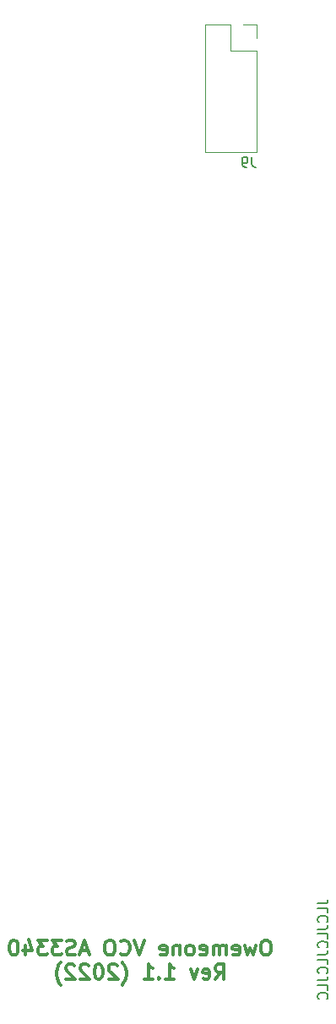
<source format=gbo>
G04 #@! TF.GenerationSoftware,KiCad,Pcbnew,7.0.7-7.0.7~ubuntu23.04.1*
G04 #@! TF.CreationDate,2023-08-20T12:14:31+00:00*
G04 #@! TF.ProjectId,as3340,61733333-3430-42e6-9b69-6361645f7063,1*
G04 #@! TF.SameCoordinates,Original*
G04 #@! TF.FileFunction,Legend,Bot*
G04 #@! TF.FilePolarity,Positive*
%FSLAX46Y46*%
G04 Gerber Fmt 4.6, Leading zero omitted, Abs format (unit mm)*
G04 Created by KiCad (PCBNEW 7.0.7-7.0.7~ubuntu23.04.1) date 2023-08-20 12:14:31*
%MOMM*%
%LPD*%
G01*
G04 APERTURE LIST*
%ADD10C,0.150000*%
%ADD11C,0.300000*%
%ADD12C,0.120000*%
%ADD13C,1.440000*%
%ADD14C,1.400000*%
%ADD15O,1.400000X1.400000*%
%ADD16R,2.000000X2.000000*%
%ADD17O,2.000000X2.000000*%
%ADD18R,1.500000X1.500000*%
%ADD19C,1.500000*%
%ADD20R,1.930000X1.830000*%
%ADD21C,2.130000*%
%ADD22C,1.600000*%
%ADD23O,2.000000X1.200000*%
%ADD24R,1.600000X1.600000*%
%ADD25O,1.600000X1.600000*%
%ADD26R,1.200000X1.200000*%
%ADD27C,1.200000*%
%ADD28O,2.720000X4.000000*%
%ADD29R,1.800000X1.800000*%
%ADD30C,1.800000*%
%ADD31R,1.700000X1.700000*%
%ADD32O,1.700000X1.700000*%
G04 APERTURE END LIST*
D10*
X128854819Y-175180951D02*
X129569104Y-175180951D01*
X129569104Y-175180951D02*
X129711961Y-175133332D01*
X129711961Y-175133332D02*
X129807200Y-175038094D01*
X129807200Y-175038094D02*
X129854819Y-174895237D01*
X129854819Y-174895237D02*
X129854819Y-174799999D01*
X129854819Y-176133332D02*
X129854819Y-175657142D01*
X129854819Y-175657142D02*
X128854819Y-175657142D01*
X129759580Y-177038094D02*
X129807200Y-176990475D01*
X129807200Y-176990475D02*
X129854819Y-176847618D01*
X129854819Y-176847618D02*
X129854819Y-176752380D01*
X129854819Y-176752380D02*
X129807200Y-176609523D01*
X129807200Y-176609523D02*
X129711961Y-176514285D01*
X129711961Y-176514285D02*
X129616723Y-176466666D01*
X129616723Y-176466666D02*
X129426247Y-176419047D01*
X129426247Y-176419047D02*
X129283390Y-176419047D01*
X129283390Y-176419047D02*
X129092914Y-176466666D01*
X129092914Y-176466666D02*
X128997676Y-176514285D01*
X128997676Y-176514285D02*
X128902438Y-176609523D01*
X128902438Y-176609523D02*
X128854819Y-176752380D01*
X128854819Y-176752380D02*
X128854819Y-176847618D01*
X128854819Y-176847618D02*
X128902438Y-176990475D01*
X128902438Y-176990475D02*
X128950057Y-177038094D01*
X128854819Y-177752380D02*
X129569104Y-177752380D01*
X129569104Y-177752380D02*
X129711961Y-177704761D01*
X129711961Y-177704761D02*
X129807200Y-177609523D01*
X129807200Y-177609523D02*
X129854819Y-177466666D01*
X129854819Y-177466666D02*
X129854819Y-177371428D01*
X129854819Y-178704761D02*
X129854819Y-178228571D01*
X129854819Y-178228571D02*
X128854819Y-178228571D01*
X129759580Y-179609523D02*
X129807200Y-179561904D01*
X129807200Y-179561904D02*
X129854819Y-179419047D01*
X129854819Y-179419047D02*
X129854819Y-179323809D01*
X129854819Y-179323809D02*
X129807200Y-179180952D01*
X129807200Y-179180952D02*
X129711961Y-179085714D01*
X129711961Y-179085714D02*
X129616723Y-179038095D01*
X129616723Y-179038095D02*
X129426247Y-178990476D01*
X129426247Y-178990476D02*
X129283390Y-178990476D01*
X129283390Y-178990476D02*
X129092914Y-179038095D01*
X129092914Y-179038095D02*
X128997676Y-179085714D01*
X128997676Y-179085714D02*
X128902438Y-179180952D01*
X128902438Y-179180952D02*
X128854819Y-179323809D01*
X128854819Y-179323809D02*
X128854819Y-179419047D01*
X128854819Y-179419047D02*
X128902438Y-179561904D01*
X128902438Y-179561904D02*
X128950057Y-179609523D01*
X128854819Y-180323809D02*
X129569104Y-180323809D01*
X129569104Y-180323809D02*
X129711961Y-180276190D01*
X129711961Y-180276190D02*
X129807200Y-180180952D01*
X129807200Y-180180952D02*
X129854819Y-180038095D01*
X129854819Y-180038095D02*
X129854819Y-179942857D01*
X129854819Y-181276190D02*
X129854819Y-180800000D01*
X129854819Y-180800000D02*
X128854819Y-180800000D01*
X129759580Y-182180952D02*
X129807200Y-182133333D01*
X129807200Y-182133333D02*
X129854819Y-181990476D01*
X129854819Y-181990476D02*
X129854819Y-181895238D01*
X129854819Y-181895238D02*
X129807200Y-181752381D01*
X129807200Y-181752381D02*
X129711961Y-181657143D01*
X129711961Y-181657143D02*
X129616723Y-181609524D01*
X129616723Y-181609524D02*
X129426247Y-181561905D01*
X129426247Y-181561905D02*
X129283390Y-181561905D01*
X129283390Y-181561905D02*
X129092914Y-181609524D01*
X129092914Y-181609524D02*
X128997676Y-181657143D01*
X128997676Y-181657143D02*
X128902438Y-181752381D01*
X128902438Y-181752381D02*
X128854819Y-181895238D01*
X128854819Y-181895238D02*
X128854819Y-181990476D01*
X128854819Y-181990476D02*
X128902438Y-182133333D01*
X128902438Y-182133333D02*
X128950057Y-182180952D01*
X128854819Y-182895238D02*
X129569104Y-182895238D01*
X129569104Y-182895238D02*
X129711961Y-182847619D01*
X129711961Y-182847619D02*
X129807200Y-182752381D01*
X129807200Y-182752381D02*
X129854819Y-182609524D01*
X129854819Y-182609524D02*
X129854819Y-182514286D01*
X129854819Y-183847619D02*
X129854819Y-183371429D01*
X129854819Y-183371429D02*
X128854819Y-183371429D01*
X129759580Y-184752381D02*
X129807200Y-184704762D01*
X129807200Y-184704762D02*
X129854819Y-184561905D01*
X129854819Y-184561905D02*
X129854819Y-184466667D01*
X129854819Y-184466667D02*
X129807200Y-184323810D01*
X129807200Y-184323810D02*
X129711961Y-184228572D01*
X129711961Y-184228572D02*
X129616723Y-184180953D01*
X129616723Y-184180953D02*
X129426247Y-184133334D01*
X129426247Y-184133334D02*
X129283390Y-184133334D01*
X129283390Y-184133334D02*
X129092914Y-184180953D01*
X129092914Y-184180953D02*
X128997676Y-184228572D01*
X128997676Y-184228572D02*
X128902438Y-184323810D01*
X128902438Y-184323810D02*
X128854819Y-184466667D01*
X128854819Y-184466667D02*
X128854819Y-184561905D01*
X128854819Y-184561905D02*
X128902438Y-184704762D01*
X128902438Y-184704762D02*
X128950057Y-184752381D01*
D11*
X123798798Y-178869628D02*
X123513084Y-178869628D01*
X123513084Y-178869628D02*
X123370227Y-178941057D01*
X123370227Y-178941057D02*
X123227370Y-179083914D01*
X123227370Y-179083914D02*
X123155941Y-179369628D01*
X123155941Y-179369628D02*
X123155941Y-179869628D01*
X123155941Y-179869628D02*
X123227370Y-180155342D01*
X123227370Y-180155342D02*
X123370227Y-180298200D01*
X123370227Y-180298200D02*
X123513084Y-180369628D01*
X123513084Y-180369628D02*
X123798798Y-180369628D01*
X123798798Y-180369628D02*
X123941656Y-180298200D01*
X123941656Y-180298200D02*
X124084513Y-180155342D01*
X124084513Y-180155342D02*
X124155941Y-179869628D01*
X124155941Y-179869628D02*
X124155941Y-179369628D01*
X124155941Y-179369628D02*
X124084513Y-179083914D01*
X124084513Y-179083914D02*
X123941656Y-178941057D01*
X123941656Y-178941057D02*
X123798798Y-178869628D01*
X122655941Y-179369628D02*
X122370227Y-180369628D01*
X122370227Y-180369628D02*
X122084512Y-179655342D01*
X122084512Y-179655342D02*
X121798798Y-180369628D01*
X121798798Y-180369628D02*
X121513084Y-179369628D01*
X120370226Y-180298200D02*
X120513083Y-180369628D01*
X120513083Y-180369628D02*
X120798798Y-180369628D01*
X120798798Y-180369628D02*
X120941655Y-180298200D01*
X120941655Y-180298200D02*
X121013083Y-180155342D01*
X121013083Y-180155342D02*
X121013083Y-179583914D01*
X121013083Y-179583914D02*
X120941655Y-179441057D01*
X120941655Y-179441057D02*
X120798798Y-179369628D01*
X120798798Y-179369628D02*
X120513083Y-179369628D01*
X120513083Y-179369628D02*
X120370226Y-179441057D01*
X120370226Y-179441057D02*
X120298798Y-179583914D01*
X120298798Y-179583914D02*
X120298798Y-179726771D01*
X120298798Y-179726771D02*
X121013083Y-179869628D01*
X119655941Y-180369628D02*
X119655941Y-179369628D01*
X119655941Y-179512485D02*
X119584512Y-179441057D01*
X119584512Y-179441057D02*
X119441655Y-179369628D01*
X119441655Y-179369628D02*
X119227369Y-179369628D01*
X119227369Y-179369628D02*
X119084512Y-179441057D01*
X119084512Y-179441057D02*
X119013084Y-179583914D01*
X119013084Y-179583914D02*
X119013084Y-180369628D01*
X119013084Y-179583914D02*
X118941655Y-179441057D01*
X118941655Y-179441057D02*
X118798798Y-179369628D01*
X118798798Y-179369628D02*
X118584512Y-179369628D01*
X118584512Y-179369628D02*
X118441655Y-179441057D01*
X118441655Y-179441057D02*
X118370226Y-179583914D01*
X118370226Y-179583914D02*
X118370226Y-180369628D01*
X117084512Y-180298200D02*
X117227369Y-180369628D01*
X117227369Y-180369628D02*
X117513084Y-180369628D01*
X117513084Y-180369628D02*
X117655941Y-180298200D01*
X117655941Y-180298200D02*
X117727369Y-180155342D01*
X117727369Y-180155342D02*
X117727369Y-179583914D01*
X117727369Y-179583914D02*
X117655941Y-179441057D01*
X117655941Y-179441057D02*
X117513084Y-179369628D01*
X117513084Y-179369628D02*
X117227369Y-179369628D01*
X117227369Y-179369628D02*
X117084512Y-179441057D01*
X117084512Y-179441057D02*
X117013084Y-179583914D01*
X117013084Y-179583914D02*
X117013084Y-179726771D01*
X117013084Y-179726771D02*
X117727369Y-179869628D01*
X116155941Y-180369628D02*
X116298798Y-180298200D01*
X116298798Y-180298200D02*
X116370227Y-180226771D01*
X116370227Y-180226771D02*
X116441655Y-180083914D01*
X116441655Y-180083914D02*
X116441655Y-179655342D01*
X116441655Y-179655342D02*
X116370227Y-179512485D01*
X116370227Y-179512485D02*
X116298798Y-179441057D01*
X116298798Y-179441057D02*
X116155941Y-179369628D01*
X116155941Y-179369628D02*
X115941655Y-179369628D01*
X115941655Y-179369628D02*
X115798798Y-179441057D01*
X115798798Y-179441057D02*
X115727370Y-179512485D01*
X115727370Y-179512485D02*
X115655941Y-179655342D01*
X115655941Y-179655342D02*
X115655941Y-180083914D01*
X115655941Y-180083914D02*
X115727370Y-180226771D01*
X115727370Y-180226771D02*
X115798798Y-180298200D01*
X115798798Y-180298200D02*
X115941655Y-180369628D01*
X115941655Y-180369628D02*
X116155941Y-180369628D01*
X115013084Y-179369628D02*
X115013084Y-180369628D01*
X115013084Y-179512485D02*
X114941655Y-179441057D01*
X114941655Y-179441057D02*
X114798798Y-179369628D01*
X114798798Y-179369628D02*
X114584512Y-179369628D01*
X114584512Y-179369628D02*
X114441655Y-179441057D01*
X114441655Y-179441057D02*
X114370227Y-179583914D01*
X114370227Y-179583914D02*
X114370227Y-180369628D01*
X113084512Y-180298200D02*
X113227369Y-180369628D01*
X113227369Y-180369628D02*
X113513084Y-180369628D01*
X113513084Y-180369628D02*
X113655941Y-180298200D01*
X113655941Y-180298200D02*
X113727369Y-180155342D01*
X113727369Y-180155342D02*
X113727369Y-179583914D01*
X113727369Y-179583914D02*
X113655941Y-179441057D01*
X113655941Y-179441057D02*
X113513084Y-179369628D01*
X113513084Y-179369628D02*
X113227369Y-179369628D01*
X113227369Y-179369628D02*
X113084512Y-179441057D01*
X113084512Y-179441057D02*
X113013084Y-179583914D01*
X113013084Y-179583914D02*
X113013084Y-179726771D01*
X113013084Y-179726771D02*
X113727369Y-179869628D01*
X111441655Y-178869628D02*
X110941655Y-180369628D01*
X110941655Y-180369628D02*
X110441655Y-178869628D01*
X109084513Y-180226771D02*
X109155941Y-180298200D01*
X109155941Y-180298200D02*
X109370227Y-180369628D01*
X109370227Y-180369628D02*
X109513084Y-180369628D01*
X109513084Y-180369628D02*
X109727370Y-180298200D01*
X109727370Y-180298200D02*
X109870227Y-180155342D01*
X109870227Y-180155342D02*
X109941656Y-180012485D01*
X109941656Y-180012485D02*
X110013084Y-179726771D01*
X110013084Y-179726771D02*
X110013084Y-179512485D01*
X110013084Y-179512485D02*
X109941656Y-179226771D01*
X109941656Y-179226771D02*
X109870227Y-179083914D01*
X109870227Y-179083914D02*
X109727370Y-178941057D01*
X109727370Y-178941057D02*
X109513084Y-178869628D01*
X109513084Y-178869628D02*
X109370227Y-178869628D01*
X109370227Y-178869628D02*
X109155941Y-178941057D01*
X109155941Y-178941057D02*
X109084513Y-179012485D01*
X108155941Y-178869628D02*
X107870227Y-178869628D01*
X107870227Y-178869628D02*
X107727370Y-178941057D01*
X107727370Y-178941057D02*
X107584513Y-179083914D01*
X107584513Y-179083914D02*
X107513084Y-179369628D01*
X107513084Y-179369628D02*
X107513084Y-179869628D01*
X107513084Y-179869628D02*
X107584513Y-180155342D01*
X107584513Y-180155342D02*
X107727370Y-180298200D01*
X107727370Y-180298200D02*
X107870227Y-180369628D01*
X107870227Y-180369628D02*
X108155941Y-180369628D01*
X108155941Y-180369628D02*
X108298799Y-180298200D01*
X108298799Y-180298200D02*
X108441656Y-180155342D01*
X108441656Y-180155342D02*
X108513084Y-179869628D01*
X108513084Y-179869628D02*
X108513084Y-179369628D01*
X108513084Y-179369628D02*
X108441656Y-179083914D01*
X108441656Y-179083914D02*
X108298799Y-178941057D01*
X108298799Y-178941057D02*
X108155941Y-178869628D01*
X105798798Y-179941057D02*
X105084513Y-179941057D01*
X105941655Y-180369628D02*
X105441655Y-178869628D01*
X105441655Y-178869628D02*
X104941655Y-180369628D01*
X104513084Y-180298200D02*
X104298799Y-180369628D01*
X104298799Y-180369628D02*
X103941656Y-180369628D01*
X103941656Y-180369628D02*
X103798799Y-180298200D01*
X103798799Y-180298200D02*
X103727370Y-180226771D01*
X103727370Y-180226771D02*
X103655941Y-180083914D01*
X103655941Y-180083914D02*
X103655941Y-179941057D01*
X103655941Y-179941057D02*
X103727370Y-179798200D01*
X103727370Y-179798200D02*
X103798799Y-179726771D01*
X103798799Y-179726771D02*
X103941656Y-179655342D01*
X103941656Y-179655342D02*
X104227370Y-179583914D01*
X104227370Y-179583914D02*
X104370227Y-179512485D01*
X104370227Y-179512485D02*
X104441656Y-179441057D01*
X104441656Y-179441057D02*
X104513084Y-179298200D01*
X104513084Y-179298200D02*
X104513084Y-179155342D01*
X104513084Y-179155342D02*
X104441656Y-179012485D01*
X104441656Y-179012485D02*
X104370227Y-178941057D01*
X104370227Y-178941057D02*
X104227370Y-178869628D01*
X104227370Y-178869628D02*
X103870227Y-178869628D01*
X103870227Y-178869628D02*
X103655941Y-178941057D01*
X103155942Y-178869628D02*
X102227370Y-178869628D01*
X102227370Y-178869628D02*
X102727370Y-179441057D01*
X102727370Y-179441057D02*
X102513085Y-179441057D01*
X102513085Y-179441057D02*
X102370228Y-179512485D01*
X102370228Y-179512485D02*
X102298799Y-179583914D01*
X102298799Y-179583914D02*
X102227370Y-179726771D01*
X102227370Y-179726771D02*
X102227370Y-180083914D01*
X102227370Y-180083914D02*
X102298799Y-180226771D01*
X102298799Y-180226771D02*
X102370228Y-180298200D01*
X102370228Y-180298200D02*
X102513085Y-180369628D01*
X102513085Y-180369628D02*
X102941656Y-180369628D01*
X102941656Y-180369628D02*
X103084513Y-180298200D01*
X103084513Y-180298200D02*
X103155942Y-180226771D01*
X101727371Y-178869628D02*
X100798799Y-178869628D01*
X100798799Y-178869628D02*
X101298799Y-179441057D01*
X101298799Y-179441057D02*
X101084514Y-179441057D01*
X101084514Y-179441057D02*
X100941657Y-179512485D01*
X100941657Y-179512485D02*
X100870228Y-179583914D01*
X100870228Y-179583914D02*
X100798799Y-179726771D01*
X100798799Y-179726771D02*
X100798799Y-180083914D01*
X100798799Y-180083914D02*
X100870228Y-180226771D01*
X100870228Y-180226771D02*
X100941657Y-180298200D01*
X100941657Y-180298200D02*
X101084514Y-180369628D01*
X101084514Y-180369628D02*
X101513085Y-180369628D01*
X101513085Y-180369628D02*
X101655942Y-180298200D01*
X101655942Y-180298200D02*
X101727371Y-180226771D01*
X99513086Y-179369628D02*
X99513086Y-180369628D01*
X99870228Y-178798200D02*
X100227371Y-179869628D01*
X100227371Y-179869628D02*
X99298800Y-179869628D01*
X98441657Y-178869628D02*
X98298800Y-178869628D01*
X98298800Y-178869628D02*
X98155943Y-178941057D01*
X98155943Y-178941057D02*
X98084515Y-179012485D01*
X98084515Y-179012485D02*
X98013086Y-179155342D01*
X98013086Y-179155342D02*
X97941657Y-179441057D01*
X97941657Y-179441057D02*
X97941657Y-179798200D01*
X97941657Y-179798200D02*
X98013086Y-180083914D01*
X98013086Y-180083914D02*
X98084515Y-180226771D01*
X98084515Y-180226771D02*
X98155943Y-180298200D01*
X98155943Y-180298200D02*
X98298800Y-180369628D01*
X98298800Y-180369628D02*
X98441657Y-180369628D01*
X98441657Y-180369628D02*
X98584515Y-180298200D01*
X98584515Y-180298200D02*
X98655943Y-180226771D01*
X98655943Y-180226771D02*
X98727372Y-180083914D01*
X98727372Y-180083914D02*
X98798800Y-179798200D01*
X98798800Y-179798200D02*
X98798800Y-179441057D01*
X98798800Y-179441057D02*
X98727372Y-179155342D01*
X98727372Y-179155342D02*
X98655943Y-179012485D01*
X98655943Y-179012485D02*
X98584515Y-178941057D01*
X98584515Y-178941057D02*
X98441657Y-178869628D01*
X118584512Y-182784628D02*
X119084512Y-182070342D01*
X119441655Y-182784628D02*
X119441655Y-181284628D01*
X119441655Y-181284628D02*
X118870226Y-181284628D01*
X118870226Y-181284628D02*
X118727369Y-181356057D01*
X118727369Y-181356057D02*
X118655940Y-181427485D01*
X118655940Y-181427485D02*
X118584512Y-181570342D01*
X118584512Y-181570342D02*
X118584512Y-181784628D01*
X118584512Y-181784628D02*
X118655940Y-181927485D01*
X118655940Y-181927485D02*
X118727369Y-181998914D01*
X118727369Y-181998914D02*
X118870226Y-182070342D01*
X118870226Y-182070342D02*
X119441655Y-182070342D01*
X117370226Y-182713200D02*
X117513083Y-182784628D01*
X117513083Y-182784628D02*
X117798798Y-182784628D01*
X117798798Y-182784628D02*
X117941655Y-182713200D01*
X117941655Y-182713200D02*
X118013083Y-182570342D01*
X118013083Y-182570342D02*
X118013083Y-181998914D01*
X118013083Y-181998914D02*
X117941655Y-181856057D01*
X117941655Y-181856057D02*
X117798798Y-181784628D01*
X117798798Y-181784628D02*
X117513083Y-181784628D01*
X117513083Y-181784628D02*
X117370226Y-181856057D01*
X117370226Y-181856057D02*
X117298798Y-181998914D01*
X117298798Y-181998914D02*
X117298798Y-182141771D01*
X117298798Y-182141771D02*
X118013083Y-182284628D01*
X116798798Y-181784628D02*
X116441655Y-182784628D01*
X116441655Y-182784628D02*
X116084512Y-181784628D01*
X113584512Y-182784628D02*
X114441655Y-182784628D01*
X114013084Y-182784628D02*
X114013084Y-181284628D01*
X114013084Y-181284628D02*
X114155941Y-181498914D01*
X114155941Y-181498914D02*
X114298798Y-181641771D01*
X114298798Y-181641771D02*
X114441655Y-181713200D01*
X112941656Y-182641771D02*
X112870227Y-182713200D01*
X112870227Y-182713200D02*
X112941656Y-182784628D01*
X112941656Y-182784628D02*
X113013084Y-182713200D01*
X113013084Y-182713200D02*
X112941656Y-182641771D01*
X112941656Y-182641771D02*
X112941656Y-182784628D01*
X111441655Y-182784628D02*
X112298798Y-182784628D01*
X111870227Y-182784628D02*
X111870227Y-181284628D01*
X111870227Y-181284628D02*
X112013084Y-181498914D01*
X112013084Y-181498914D02*
X112155941Y-181641771D01*
X112155941Y-181641771D02*
X112298798Y-181713200D01*
X109227370Y-183356057D02*
X109298799Y-183284628D01*
X109298799Y-183284628D02*
X109441656Y-183070342D01*
X109441656Y-183070342D02*
X109513085Y-182927485D01*
X109513085Y-182927485D02*
X109584513Y-182713200D01*
X109584513Y-182713200D02*
X109655942Y-182356057D01*
X109655942Y-182356057D02*
X109655942Y-182070342D01*
X109655942Y-182070342D02*
X109584513Y-181713200D01*
X109584513Y-181713200D02*
X109513085Y-181498914D01*
X109513085Y-181498914D02*
X109441656Y-181356057D01*
X109441656Y-181356057D02*
X109298799Y-181141771D01*
X109298799Y-181141771D02*
X109227370Y-181070342D01*
X108727370Y-181427485D02*
X108655942Y-181356057D01*
X108655942Y-181356057D02*
X108513085Y-181284628D01*
X108513085Y-181284628D02*
X108155942Y-181284628D01*
X108155942Y-181284628D02*
X108013085Y-181356057D01*
X108013085Y-181356057D02*
X107941656Y-181427485D01*
X107941656Y-181427485D02*
X107870227Y-181570342D01*
X107870227Y-181570342D02*
X107870227Y-181713200D01*
X107870227Y-181713200D02*
X107941656Y-181927485D01*
X107941656Y-181927485D02*
X108798799Y-182784628D01*
X108798799Y-182784628D02*
X107870227Y-182784628D01*
X106941656Y-181284628D02*
X106798799Y-181284628D01*
X106798799Y-181284628D02*
X106655942Y-181356057D01*
X106655942Y-181356057D02*
X106584514Y-181427485D01*
X106584514Y-181427485D02*
X106513085Y-181570342D01*
X106513085Y-181570342D02*
X106441656Y-181856057D01*
X106441656Y-181856057D02*
X106441656Y-182213200D01*
X106441656Y-182213200D02*
X106513085Y-182498914D01*
X106513085Y-182498914D02*
X106584514Y-182641771D01*
X106584514Y-182641771D02*
X106655942Y-182713200D01*
X106655942Y-182713200D02*
X106798799Y-182784628D01*
X106798799Y-182784628D02*
X106941656Y-182784628D01*
X106941656Y-182784628D02*
X107084514Y-182713200D01*
X107084514Y-182713200D02*
X107155942Y-182641771D01*
X107155942Y-182641771D02*
X107227371Y-182498914D01*
X107227371Y-182498914D02*
X107298799Y-182213200D01*
X107298799Y-182213200D02*
X107298799Y-181856057D01*
X107298799Y-181856057D02*
X107227371Y-181570342D01*
X107227371Y-181570342D02*
X107155942Y-181427485D01*
X107155942Y-181427485D02*
X107084514Y-181356057D01*
X107084514Y-181356057D02*
X106941656Y-181284628D01*
X105870228Y-181427485D02*
X105798800Y-181356057D01*
X105798800Y-181356057D02*
X105655943Y-181284628D01*
X105655943Y-181284628D02*
X105298800Y-181284628D01*
X105298800Y-181284628D02*
X105155943Y-181356057D01*
X105155943Y-181356057D02*
X105084514Y-181427485D01*
X105084514Y-181427485D02*
X105013085Y-181570342D01*
X105013085Y-181570342D02*
X105013085Y-181713200D01*
X105013085Y-181713200D02*
X105084514Y-181927485D01*
X105084514Y-181927485D02*
X105941657Y-182784628D01*
X105941657Y-182784628D02*
X105013085Y-182784628D01*
X104441657Y-181427485D02*
X104370229Y-181356057D01*
X104370229Y-181356057D02*
X104227372Y-181284628D01*
X104227372Y-181284628D02*
X103870229Y-181284628D01*
X103870229Y-181284628D02*
X103727372Y-181356057D01*
X103727372Y-181356057D02*
X103655943Y-181427485D01*
X103655943Y-181427485D02*
X103584514Y-181570342D01*
X103584514Y-181570342D02*
X103584514Y-181713200D01*
X103584514Y-181713200D02*
X103655943Y-181927485D01*
X103655943Y-181927485D02*
X104513086Y-182784628D01*
X104513086Y-182784628D02*
X103584514Y-182784628D01*
X103084515Y-183356057D02*
X103013086Y-183284628D01*
X103013086Y-183284628D02*
X102870229Y-183070342D01*
X102870229Y-183070342D02*
X102798801Y-182927485D01*
X102798801Y-182927485D02*
X102727372Y-182713200D01*
X102727372Y-182713200D02*
X102655943Y-182356057D01*
X102655943Y-182356057D02*
X102655943Y-182070342D01*
X102655943Y-182070342D02*
X102727372Y-181713200D01*
X102727372Y-181713200D02*
X102798801Y-181498914D01*
X102798801Y-181498914D02*
X102870229Y-181356057D01*
X102870229Y-181356057D02*
X103013086Y-181141771D01*
X103013086Y-181141771D02*
X103084515Y-181070342D01*
D10*
X122253333Y-100394419D02*
X122253333Y-101108704D01*
X122253333Y-101108704D02*
X122300952Y-101251561D01*
X122300952Y-101251561D02*
X122396190Y-101346800D01*
X122396190Y-101346800D02*
X122539047Y-101394419D01*
X122539047Y-101394419D02*
X122634285Y-101394419D01*
X121729523Y-101394419D02*
X121539047Y-101394419D01*
X121539047Y-101394419D02*
X121443809Y-101346800D01*
X121443809Y-101346800D02*
X121396190Y-101299180D01*
X121396190Y-101299180D02*
X121300952Y-101156323D01*
X121300952Y-101156323D02*
X121253333Y-100965847D01*
X121253333Y-100965847D02*
X121253333Y-100584895D01*
X121253333Y-100584895D02*
X121300952Y-100489657D01*
X121300952Y-100489657D02*
X121348571Y-100442038D01*
X121348571Y-100442038D02*
X121443809Y-100394419D01*
X121443809Y-100394419D02*
X121634285Y-100394419D01*
X121634285Y-100394419D02*
X121729523Y-100442038D01*
X121729523Y-100442038D02*
X121777142Y-100489657D01*
X121777142Y-100489657D02*
X121824761Y-100584895D01*
X121824761Y-100584895D02*
X121824761Y-100822990D01*
X121824761Y-100822990D02*
X121777142Y-100918228D01*
X121777142Y-100918228D02*
X121729523Y-100965847D01*
X121729523Y-100965847D02*
X121634285Y-101013466D01*
X121634285Y-101013466D02*
X121443809Y-101013466D01*
X121443809Y-101013466D02*
X121348571Y-100965847D01*
X121348571Y-100965847D02*
X121300952Y-100918228D01*
X121300952Y-100918228D02*
X121253333Y-100822990D01*
D12*
X122742000Y-99932800D02*
X117542000Y-99932800D01*
X122742000Y-89712800D02*
X122742000Y-99932800D01*
X122742000Y-89712800D02*
X120142000Y-89712800D01*
X122742000Y-88442800D02*
X122742000Y-87112800D01*
X122742000Y-87112800D02*
X121412000Y-87112800D01*
X120142000Y-89712800D02*
X120142000Y-87112800D01*
X120142000Y-87112800D02*
X117542000Y-87112800D01*
X117542000Y-87112800D02*
X117542000Y-99932800D01*
%LPC*%
D13*
X121107200Y-121869200D03*
X123647200Y-119329200D03*
X126187200Y-121869200D03*
D14*
X113588800Y-143733500D03*
D15*
X108508800Y-143733500D03*
D16*
X128727200Y-106934000D03*
D17*
X128727200Y-101854000D03*
D13*
X121107200Y-116382800D03*
X123647200Y-113842800D03*
X126187200Y-116382800D03*
D14*
X112420400Y-109972000D03*
D15*
X117500400Y-109972000D03*
D18*
X111302800Y-92862400D03*
D19*
X111302800Y-90322400D03*
X111302800Y-87782400D03*
D14*
X103555800Y-158456400D03*
D15*
X98475800Y-158456400D03*
D20*
X106019600Y-158456400D03*
D21*
X106019600Y-169856400D03*
X106019600Y-161556400D03*
D14*
X103555800Y-173685200D03*
D15*
X98475800Y-173685200D03*
D22*
X105136000Y-155397200D03*
X102636000Y-155397200D03*
D14*
X113588800Y-145948400D03*
D15*
X108508800Y-145948400D03*
D14*
X115265200Y-87731600D03*
D15*
X115265200Y-92811600D03*
D14*
X112420400Y-114452400D03*
D15*
X117500400Y-114452400D03*
D23*
X103866000Y-152146000D03*
X103866000Y-149606000D03*
X103866000Y-147066000D03*
D14*
X108508800Y-148132800D03*
D15*
X108508800Y-153212800D03*
D22*
X116199600Y-135331200D03*
X118699600Y-135331200D03*
D20*
X106019600Y-173685200D03*
D21*
X106019600Y-185085200D03*
X106019600Y-176785200D03*
D20*
X116027200Y-173685200D03*
D21*
X116027200Y-185085200D03*
X116027200Y-176785200D03*
D24*
X94538800Y-117592000D03*
D25*
X97078800Y-117592000D03*
X99618800Y-117592000D03*
X102158800Y-117592000D03*
X104698800Y-117592000D03*
X107238800Y-117592000D03*
X109778800Y-117592000D03*
X109778800Y-109972000D03*
X107238800Y-109972000D03*
X104698800Y-109972000D03*
X102158800Y-109972000D03*
X99618800Y-109972000D03*
X97078800Y-109972000D03*
X94538800Y-109972000D03*
D22*
X93187200Y-107238800D03*
X95687200Y-107238800D03*
D14*
X108508800Y-134874000D03*
D15*
X113588800Y-134874000D03*
D14*
X126096400Y-155549600D03*
D15*
X121016400Y-155549600D03*
D14*
X100939600Y-142798800D03*
D15*
X106019600Y-142798800D03*
D14*
X113385600Y-153212800D03*
D15*
X113385600Y-148132800D03*
D24*
X125780800Y-89966800D03*
D22*
X128280800Y-89966800D03*
D14*
X94538800Y-122123200D03*
D15*
X99618800Y-122123200D03*
D14*
X93065600Y-131521200D03*
D15*
X93065600Y-136601200D03*
D14*
X100939600Y-140614400D03*
D15*
X106019600Y-140614400D03*
D14*
X113538000Y-116738400D03*
D15*
X113538000Y-121818400D03*
D14*
X107188000Y-87833200D03*
D15*
X107188000Y-92913200D03*
D14*
X106019600Y-138430000D03*
D15*
X100939600Y-138430000D03*
D26*
X124804200Y-110032800D03*
D27*
X126304200Y-110032800D03*
D14*
X110998000Y-153212800D03*
D15*
X110998000Y-148132800D03*
D20*
X96012000Y-143165600D03*
D21*
X96012000Y-154565600D03*
X96012000Y-146265600D03*
D14*
X96316800Y-87833200D03*
D15*
X96316800Y-92913200D03*
D14*
X126441200Y-134874000D03*
D15*
X121361200Y-134874000D03*
D14*
X113588800Y-141518600D03*
D15*
X108508800Y-141518600D03*
D14*
X94538800Y-119837200D03*
D15*
X99618800Y-119837200D03*
D26*
X120130600Y-110032800D03*
D27*
X121630600Y-110032800D03*
D14*
X102260400Y-92913200D03*
D15*
X102260400Y-87833200D03*
D22*
X122281000Y-158456400D03*
X119781000Y-158456400D03*
X129082800Y-148254400D03*
X129082800Y-150754400D03*
D14*
X113563400Y-173685200D03*
D15*
X108483400Y-173685200D03*
D14*
X108508800Y-137088900D03*
D15*
X113588800Y-137088900D03*
D18*
X124049200Y-101600000D03*
D19*
X124049200Y-104140000D03*
X124049200Y-106680000D03*
D14*
X129082800Y-145592800D03*
D15*
X129082800Y-140512800D03*
D24*
X125780800Y-97028000D03*
D22*
X128280800Y-97028000D03*
D18*
X119837200Y-106680000D03*
D19*
X119837200Y-104140000D03*
X119837200Y-101600000D03*
D14*
X126441200Y-139242800D03*
D15*
X121361200Y-139242800D03*
D14*
X93065600Y-129438400D03*
D15*
X93065600Y-124358400D03*
D14*
X93000000Y-140000000D03*
D15*
X98080000Y-140000000D03*
D14*
X129032000Y-158445200D03*
D15*
X129032000Y-153365200D03*
D14*
X126441200Y-137058400D03*
D15*
X121361200Y-137058400D03*
D16*
X93319600Y-92913200D03*
D17*
X93319600Y-87833200D03*
D16*
X99314000Y-92913200D03*
D17*
X99314000Y-87833200D03*
D13*
X100785200Y-101518400D03*
X98245200Y-104058400D03*
X95705200Y-101518400D03*
D14*
X104749600Y-92913200D03*
D15*
X104749600Y-87833200D03*
D22*
X110266800Y-120294400D03*
X107766800Y-120294400D03*
D13*
X100783200Y-95930400D03*
X98243200Y-98470400D03*
X95703200Y-95930400D03*
D14*
X123571000Y-173685200D03*
D15*
X118491000Y-173685200D03*
D14*
X112420400Y-112217200D03*
D15*
X117500400Y-112217200D03*
D28*
X116216400Y-145509600D03*
X125816400Y-145509600D03*
D29*
X118516400Y-153009600D03*
D30*
X121016400Y-153009600D03*
X123516400Y-153009600D03*
D20*
X126034800Y-173685200D03*
D21*
X126034800Y-185085200D03*
X126034800Y-176785200D03*
D20*
X96012000Y-173685200D03*
D21*
X96012000Y-185085200D03*
X96012000Y-176785200D03*
D14*
X108559600Y-158456400D03*
D15*
X113639600Y-158456400D03*
D22*
X116636800Y-119938800D03*
X116636800Y-117438800D03*
D28*
X96139600Y-128476200D03*
X105739600Y-128476200D03*
D29*
X98439600Y-135976200D03*
D30*
X100939600Y-135976200D03*
X103439600Y-135976200D03*
D20*
X116027200Y-158456400D03*
D21*
X116027200Y-169856400D03*
X116027200Y-161556400D03*
D14*
X118770400Y-155549600D03*
D15*
X113690400Y-155549600D03*
D22*
X129082800Y-137749600D03*
X129082800Y-135249600D03*
X116199600Y-138785600D03*
X118699600Y-138785600D03*
X101783200Y-107238800D03*
X99283200Y-107238800D03*
D28*
X106248800Y-99266200D03*
X115848800Y-99266200D03*
D29*
X108548800Y-106766200D03*
D30*
X111048800Y-106766200D03*
X113548800Y-106766200D03*
D20*
X96012000Y-158456400D03*
D21*
X96012000Y-169856400D03*
X96012000Y-161556400D03*
D22*
X104658800Y-120294400D03*
X102158800Y-120294400D03*
D20*
X126034800Y-158456400D03*
D21*
X126034800Y-169856400D03*
X126034800Y-161556400D03*
D14*
X108508800Y-139303800D03*
D15*
X113588800Y-139303800D03*
D24*
X127203200Y-124714000D03*
D25*
X124663200Y-124714000D03*
X122123200Y-124714000D03*
X119583200Y-124714000D03*
X117043200Y-124714000D03*
X114503200Y-124714000D03*
X111963200Y-124714000D03*
X109423200Y-124714000D03*
X109423200Y-132334000D03*
X111963200Y-132334000D03*
X114503200Y-132334000D03*
X117043200Y-132334000D03*
X119583200Y-132334000D03*
X122123200Y-132334000D03*
X124663200Y-132334000D03*
X127203200Y-132334000D03*
D31*
X121412000Y-88442800D03*
D32*
X118872000Y-88442800D03*
X121412000Y-90982800D03*
X118872000Y-90982800D03*
X121412000Y-93522800D03*
X118872000Y-93522800D03*
X121412000Y-96062800D03*
X118872000Y-96062800D03*
X121412000Y-98602800D03*
X118872000Y-98602800D03*
%LPD*%
M02*

</source>
